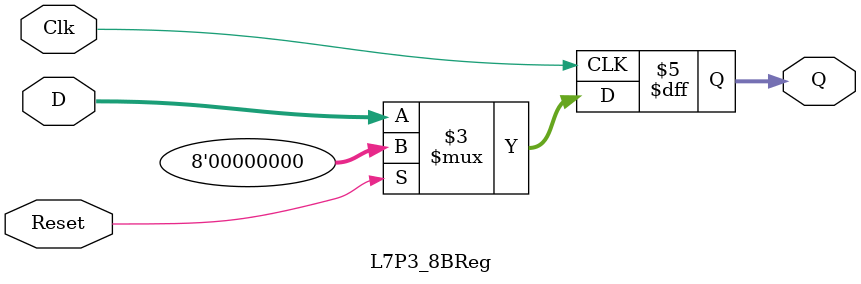
<source format=sv>
`timescale 1ns / 1ps


module L7P3_8BReg(
    input logic Clk,
    input logic Reset,
    input logic [7:0] D,
    output logic [7:0] Q
    );
    
    always_ff @ (posedge Clk)
    begin
        if(Reset)
            Q <= 8'b00000000;
            
        else
            Q <= D;
    end
    
endmodule

</source>
